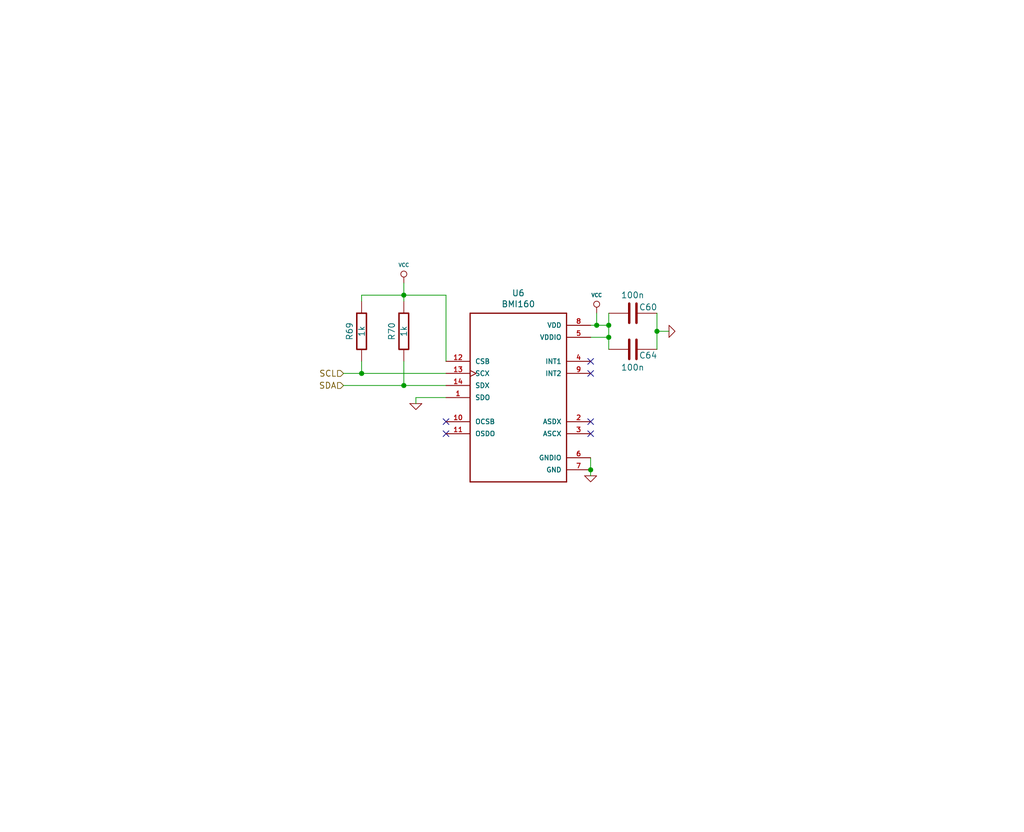
<source format=kicad_sch>
(kicad_sch (version 20211123) (generator eeschema)
  (paper "User" 215.798 175.412)
  (title_block (title "Cheap FOCer 2") (date "2020-04-08") (rev "0.9") (company "Shaman Systems") (comment 1 "Root") (comment 4 "Top level"))
  (lib_symbols
    (symbol "BLDC_4-rescue:C-RESCUE-BLDC_4" (pin_numbers hide) (pin_names (offset 0.254))
      (property "Reference" "C" (at 0 2.54 0))
      (property "Value" "C-RESCUE-BLDC_4" (at 0.1524 -2.159 0))
      (symbol "C-RESCUE-BLDC_4_0_1"
        (polyline (pts (xy -2.032 -0.762) (xy 2.032 -0.762)) (stroke (width 0.508)))
        (polyline (pts (xy -2.032 0.762) (xy 2.032 0.762)) (stroke (width 0.508)))
      )
      (symbol "C-RESCUE-BLDC_4_1_1"
        (pin passive line (at 0 5.08 270) (length 4.318) (name "~") (number "1"))
        (pin passive line (at 0 -5.08 90) (length 4.318) (name "~") (number "2"))
      )
    )
    (symbol "BLDC_4-rescue:GND-RESCUE-BLDC_4" (power) (pin_names (offset 0))
      (symbol "GND-RESCUE-BLDC_4_0_1"
        (polyline (pts (xy -1.27 0) (xy 0 -1.27) (xy 1.27 0) (xy -1.27 0)))
      )
      (symbol "GND-RESCUE-BLDC_4_1_1"
        (pin power_in line (at 0 0 90) (length 0) hide (name "GND") (number "1"))
      )
    )
    (symbol "BLDC_4-rescue:R-RESCUE-BLDC_4" (pin_numbers hide) (pin_names (offset 0))
      (property "Reference" "R" (at 2.032 0 90))
      (property "Value" "R-RESCUE-BLDC_4" (at 0.1778 0.0254 90))
      (symbol "R-RESCUE-BLDC_4_0_1"
        (rectangle (start -1.016 3.81) (end 1.016 -3.81) (stroke (width 0.3048)))
      )
      (symbol "R-RESCUE-BLDC_4_1_1"
        (pin passive line (at 0 6.35 270) (length 2.54) (name "~") (number "1"))
        (pin passive line (at 0 -6.35 90) (length 2.54) (name "~") (number "2"))
      )
    )
    (symbol "BLDC_4-rescue:VCC" (power) (pin_names (offset 0))
      (property "Value" "VCC" (at 0 3.81 0))
      (symbol "VCC_0_1"
        (polyline (pts (xy 0 0) (xy 0 1.27)))
        (circle (center 0 1.905) (radius 0.635))
      )
      (symbol "VCC_1_1"
        (pin power_in line (at 0 0 90) (length 0) hide (name "VCC") (number "1"))
      )
    )
    (symbol "Cheap-FOCer-2-60mm-rescue:BMI160-IMU" (pin_names (offset 1.016))
      (property "Reference" "U" (at -10.16 18.415 0))
      (property "Value" "Cheap-FOCer-2-60mm-rescue_BMI160-IMU" (at -10.16 -20.32 0))
      (symbol "BMI160-IMU_0_0"
        (polyline (pts (xy -10.16 -17.78) (xy -10.16 17.78)) (stroke (width 0.254)))
        (polyline (pts (xy -10.16 17.78) (xy 10.16 17.78)) (stroke (width 0.254)))
        (polyline (pts (xy 10.16 -17.78) (xy -10.16 -17.78)) (stroke (width 0.254)))
        (polyline (pts (xy 10.16 17.78) (xy 10.16 -17.78)) (stroke (width 0.254)))
        (pin bidirectional line (at -15.24 0 0) (length 5.08) (name "SDO") (number "1"))
        (pin bidirectional line (at -15.24 -5.08 0) (length 5.08) (name "OCSB") (number "10"))
        (pin bidirectional line (at -15.24 -7.62 0) (length 5.08) (name "OSDO") (number "11"))
        (pin input line (at -15.24 7.62 0) (length 5.08) (name "CSB") (number "12"))
        (pin input clock (at -15.24 5.08 0) (length 5.08) (name "SCX") (number "13"))
        (pin bidirectional line (at -15.24 2.54 0) (length 5.08) (name "SDX") (number "14"))
        (pin bidirectional line (at 15.24 -5.08 180) (length 5.08) (name "ASDX") (number "2"))
        (pin output line (at 15.24 -7.62 180) (length 5.08) (name "ASCX") (number "3"))
        (pin bidirectional line (at 15.24 7.62 180) (length 5.08) (name "INT1") (number "4"))
        (pin power_in line (at 15.24 12.7 180) (length 5.08) (name "VDDIO") (number "5"))
        (pin power_in line (at 15.24 -12.7 180) (length 5.08) (name "GNDIO") (number "6"))
        (pin power_in line (at 15.24 -15.24 180) (length 5.08) (name "GND") (number "7"))
        (pin power_in line (at 15.24 15.24 180) (length 5.08) (name "VDD") (number "8"))
        (pin bidirectional line (at 15.24 5.08 180) (length 5.08) (name "INT2") (number "9"))
      )
    )
  )
  (junction (at 128.27 71.12))
  (junction (at 125.73 68.58))
  (junction (at 85.09 81.28))
  (junction (at 124.46 99.06))
  (junction (at 85.09 62.23))
  (junction (at 138.43 69.85))
  (junction (at 128.27 68.58))
  (junction (at 76.2 78.74))
  (no_connect (at 124.46 88.9))
  (no_connect (at 93.98 91.44))
  (no_connect (at 124.46 78.74))
  (no_connect (at 124.46 91.44))
  (no_connect (at 124.46 76.2))
  (no_connect (at 93.98 88.9))
  (wire (pts (xy 125.73 66.04) (xy 125.73 68.58)))
  (wire (pts (xy 128.27 68.58) (xy 128.27 71.12)))
  (wire (pts (xy 85.09 63.5) (xy 85.09 62.23)))
  (wire (pts (xy 124.46 96.52) (xy 124.46 99.06)))
  (wire (pts (xy 124.46 71.12) (xy 128.27 71.12)))
  (wire (pts (xy 124.46 68.58) (xy 125.73 68.58)))
  (wire (pts (xy 85.09 81.28) (xy 93.98 81.28)))
  (wire (pts (xy 93.98 78.74) (xy 76.2 78.74)))
  (wire (pts (xy 138.43 66.04) (xy 138.43 69.85)))
  (wire (pts (xy 124.46 99.06) (xy 124.46 100.33)))
  (wire (pts (xy 93.98 83.82) (xy 87.63 83.82)))
  (wire (pts (xy 93.98 62.23) (xy 93.98 76.2)))
  (wire (pts (xy 85.09 62.23) (xy 93.98 62.23)))
  (wire (pts (xy 76.2 63.5) (xy 76.2 62.23)))
  (wire (pts (xy 128.27 71.12) (xy 128.27 73.66)))
  (wire (pts (xy 85.09 81.28) (xy 72.39 81.28)))
  (wire (pts (xy 85.09 76.2) (xy 85.09 81.28)))
  (wire (pts (xy 128.27 66.04) (xy 128.27 68.58)))
  (wire (pts (xy 87.63 83.82) (xy 87.63 85.09)))
  (wire (pts (xy 76.2 62.23) (xy 85.09 62.23)))
  (wire (pts (xy 125.73 68.58) (xy 128.27 68.58)))
  (wire (pts (xy 138.43 69.85) (xy 138.43 73.66)))
  (wire (pts (xy 140.97 69.85) (xy 138.43 69.85)))
  (wire (pts (xy 76.2 78.74) (xy 76.2 76.2)))
  (wire (pts (xy 72.39 78.74) (xy 76.2 78.74)))
  (wire (pts (xy 85.09 62.23) (xy 85.09 59.69)))
  (hierarchical_label "SCL" (shape input) (at 72.39 78.74 180))
  (hierarchical_label "SDA" (shape input) (at 72.39 81.28 180))
  (symbol (lib_id "BLDC_4-rescue:R-RESCUE-BLDC_4") (at 85.09 69.85 180) (unit 1)
    (property "Reference" "R70" (at 82.55 69.85 90))
    (property "Value" "1k" (at 85.09 69.85 90))
    (property "Footprint" "Resistor_SMD:R_0603_1608Metric" (effects hide))
  )
  (symbol (lib_id "BLDC_4-rescue:R-RESCUE-BLDC_4") (at 76.2 69.85 0) (unit 1)
    (property "Reference" "R69" (at 73.66 69.85 90))
    (property "Value" "1k" (at 76.2 69.85 90))
    (property "Footprint" "Resistor_SMD:R_0603_1608Metric" (effects hide))
  )
  (symbol (lib_id "BLDC_4-rescue:GND-RESCUE-BLDC_4") (at 124.46 100.33 0) (unit 1)
    (property "Reference" "#PWR0111" (effects hide))
    (property "Value" "GND" (effects hide))
  )
  (symbol (lib_id "BLDC_4-rescue:GND-RESCUE-BLDC_4") (at 87.63 85.09 0) (unit 1)
    (property "Reference" "#PWR0110" (effects hide))
    (property "Value" "GND" (effects hide))
  )
  (symbol (lib_id "Cheap-FOCer-2-60mm-rescue:BMI160-IMU") (at 109.22 83.82 0) (unit 1)
    (property "Reference" "U6" (at 109.22 61.7982 0))
    (property "Value" "BMI160" (at 109.22 64.1096 0))
    (property "Footprint" "Package_LGA:Bosch_LGA-14_3x2.5mm_P0.5mm" (effects hide))
    (property "Field4" "Bosch" (effects hide))
    (property "Field5" "Unavailable" (effects hide))
    (property "Field6" "LGA-14 Bosch" (effects hide))
    (property "Field7" "None" (effects hide))
    (property "Field8" "BMI160" (effects hide))
  )
  (symbol (lib_id "BLDC_4-rescue:C-RESCUE-BLDC_4") (at 133.35 66.04 270) (unit 1)
    (property "Reference" "C60" (at 134.62 64.77 90) (effects (justify left)))
    (property "Value" "100n" (at 130.81 62.23 90) (effects (justify left)))
    (property "Footprint" "Capacitor_SMD:C_0603_1608Metric" (effects hide))
  )
  (symbol (lib_id "BLDC_4-rescue:C-RESCUE-BLDC_4") (at 133.35 73.66 270) (unit 1)
    (property "Reference" "C64" (at 134.62 74.93 90) (effects (justify left)))
    (property "Value" "100n" (at 130.81 77.47 90) (effects (justify left)))
    (property "Footprint" "Capacitor_SMD:C_0603_1608Metric" (effects hide))
  )
  (symbol (lib_id "BLDC_4-rescue:VCC") (at 85.09 59.69 0) (unit 1)
    (property "Reference" "#PWR0108" (effects hide))
    (property "Value" "VCC" (at 85.09 55.88 0) (effects (font (size 0.762 0.762))))
  )
  (symbol (lib_id "BLDC_4-rescue:VCC") (at 125.73 66.04 0) (unit 1)
    (property "Reference" "#PWR0109" (effects hide))
    (property "Value" "VCC" (at 125.73 62.23 0) (effects (font (size 0.762 0.762))))
  )
  (symbol (lib_id "BLDC_4-rescue:GND-RESCUE-BLDC_4") (at 140.97 69.85 90) (unit 1)
    (property "Reference" "#PWR0106" (effects hide))
    (property "Value" "GND" (effects hide))
  )
)
</source>
